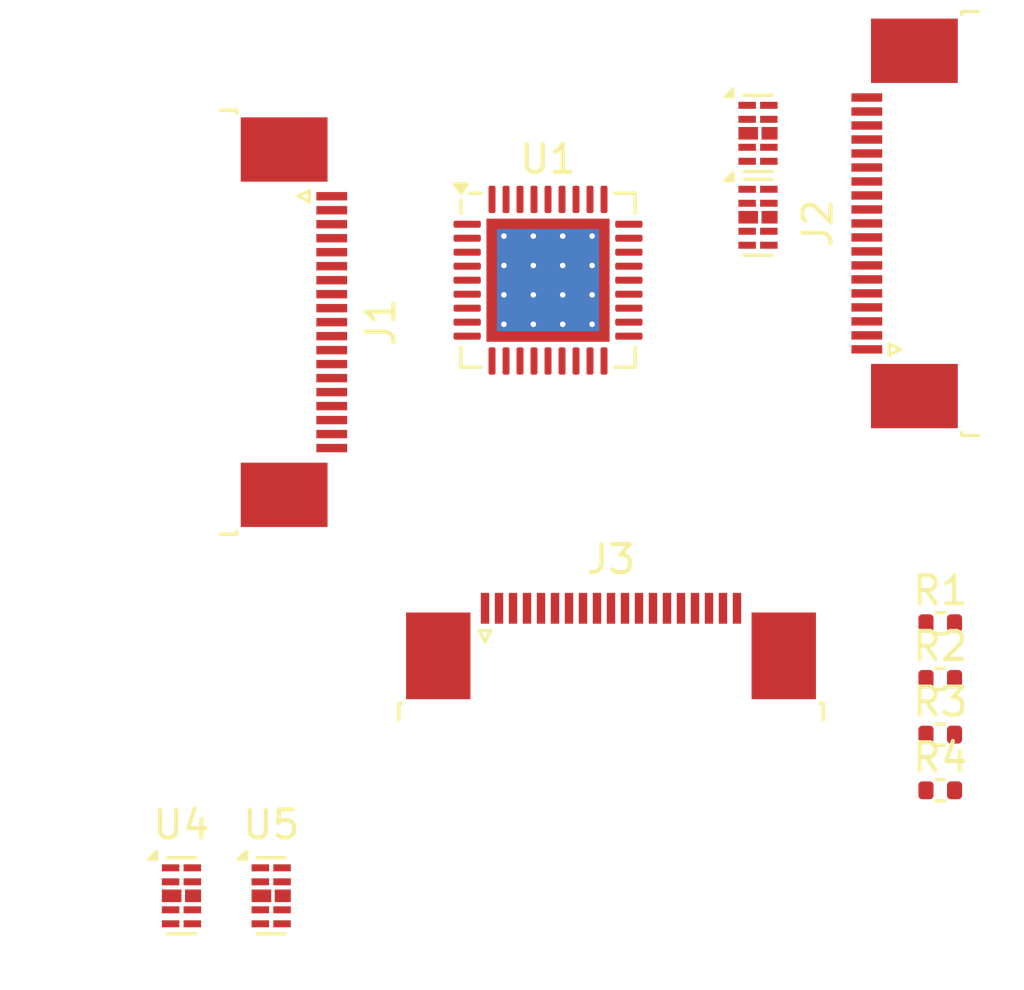
<source format=kicad_pcb>
(kicad_pcb (version 20241229) (generator "pcbnew") (generator_version "9.0")
  (layers (0 "F.Cu" signal) (2 "B.Cu" signal) (13 "F.Paste" user) (15 "B.Paste" user) (5 "F.SilkS" user "F.Silkscreen") (7 "B.SilkS" user "B.Silkscreen") (1 "F.Mask" user) (3 "B.Mask" user) (25 "Edge.Cuts" user))
  (net 0 "")
  (net 1 "GND")
  (net 2 "/HDMI_SCL")
  (net 4 "TMDS0-")
  (net 5 "/HDMI_SDA")
  (net 6 "TMDS1-")
  (net 7 "TMDSClk+")
  (net 8 "TMDS2+")
  (net 9 "+5V")
  (net 10 "TMDS0+")
  (net 11 "TMDSClk-")
  (net 12 "TMDS2-")
  (net 14 "TMDS1+")
  (net 15 "HPD")
  (net 17 "SCL_A")
  (net 18 "TMDS1_A-")
  (net 19 "TMDS0_A-")
  (net 21 "SDA_A")
  (net 22 "TMDSClk_A+")
  (net 23 "TMDS2_A-")
  (net 24 "TMDS1_A+")
  (net 25 "TMDS2_A+")
  (net 26 "TMDSClk_A-")
  (net 27 "HPD_A")
  (net 28 "TMDS0_A+")
  (net 29 "TMDS0_B+")
  (net 30 "TMDSClk_B-")
  (net 31 "TMDS0_B-")
  (net 32 "TMDSClk_B+")
  (net 33 "HPD_B")
  (net 34 "SCL_B")
  (net 35 "TMDS1_B-")
  (net 37 "SDA_B")
  (net 38 "TMDS2_B-")
  (net 39 "TMDS1_B+")
  (net 40 "TMDS2_B+")
  (net 42 "SEL")
  (net 43 "+3.3V")
  (footprint "Package_DFN_QFN:Diodes_UDFN-10_1.0x2.5mm_P0.5mm" (layer "F.Cu") (at 104.6575 110.75)
    (property "Reference" "U4" (at 0 -2.54 0) (layer "F.SilkS"))
    (property "Value" "ESD204DQAR-ES")
    (fp_line (start 0.5 -1.36) (end -0.5 -1.36) (stroke (width 0.12)) (layer "F.SilkS"))
    (fp_line (start 0.5 1.36) (end -0.5 1.36) (stroke (width 0.12)) (layer "F.SilkS"))
    (fp_poly (pts (xy -0.89 -1.31) (xy -1.17 -1.31) (xy -0.89 -1.59) (xy -0.89 -1.31)) (stroke (width 0.12)) (fill yes) (layer "F.SilkS"))
    (pad "1" smd rect (at -0.3875 -1 270) (size 0.25 0.625) (layers "F.Cu" "F.Mask" "F.Paste") (net 40 "TMDS2_B+"))
    (pad "2" smd rect (at -0.3875 -0.5 270) (size 0.25 0.625) (layers "F.Cu" "F.Mask" "F.Paste") (net 38 "TMDS2_B-"))
    (pad "3" smd rect (at -0.35 0 270) (size 0.45 0.7) (layers "F.Cu" "F.Mask" "F.Paste") (net 1 "GND"))
    (pad "4" smd rect (at -0.3875 0.5 270) (size 0.25 0.625) (layers "F.Cu" "F.Mask" "F.Paste") (net 39 "TMDS1_B+"))
    (pad "5" smd rect (at -0.3875 1 270) (size 0.25 0.625) (layers "F.Cu" "F.Mask" "F.Paste") (net 35 "TMDS1_B-"))
    (pad "6" smd rect (at 0.3875 1 270) (size 0.25 0.625) (layers "F.Cu" "F.Mask" "F.Paste") (net 35 "TMDS1_B-"))
    (pad "7" smd rect (at 0.3875 0.5 270) (size 0.25 0.625) (layers "F.Cu" "F.Mask" "F.Paste") (net 39 "TMDS1_B+"))
    (pad "8" smd rect (at 0.4125 0 270) (size 0.45 0.575) (layers "F.Cu" "F.Mask" "F.Paste") (net 1 "GND"))
    (pad "9" smd rect (at 0.3875 -0.5 270) (size 0.25 0.625) (layers "F.Cu" "F.Mask" "F.Paste") (net 38 "TMDS2_B-"))
    (pad "10" smd rect (at 0.3875 -1 270) (size 0.25 0.625) (layers "F.Cu" "F.Mask" "F.Paste") (net 40 "TMDS2_B+"))
  )
  (footprint "Package_DFN_QFN:Texas_RHH0036C_VQFN-36-1EP_6x6mm_P0.5mm_EP4.4x4.4mm_ThermalVias" (layer "F.Cu") (at 117.75 88.75)
    (property "Reference" "U1" (at 0 -4.33 0) (layer "F.SilkS"))
    (property "Value" "TS3DV20812")
    (fp_line (start -3.11 -2.385) (end -3.11 -2.87) (stroke (width 0.12)) (layer "F.SilkS"))
    (fp_line (start -3.11 3.11) (end -3.11 2.385) (stroke (width 0.12)) (layer "F.SilkS"))
    (fp_line (start -2.385 -3.11) (end -2.81 -3.11) (stroke (width 0.12)) (layer "F.SilkS"))
    (fp_line (start -2.385 3.11) (end -3.11 3.11) (stroke (width 0.12)) (layer "F.SilkS"))
    (fp_line (start 2.385 -3.11) (end 3.11 -3.11) (stroke (width 0.12)) (layer "F.SilkS"))
    (fp_line (start 2.385 3.11) (end 3.11 3.11) (stroke (width 0.12)) (layer "F.SilkS"))
    (fp_line (start 3.11 -3.11) (end 3.11 -2.385) (stroke (width 0.12)) (layer "F.SilkS"))
    (fp_line (start 3.11 3.11) (end 3.11 2.385) (stroke (width 0.12)) (layer "F.SilkS"))
    (fp_poly (pts (xy -3.11 -3.11) (xy -3.35 -3.44) (xy -2.87 -3.44) (xy -3.11 -3.11)) (stroke (width 0.12)) (fill yes) (layer "F.SilkS"))
    (pad "1" smd roundrect (at -2.8875 -2) (size 0.975 0.25) (layers "F.Cu" "F.Mask" "F.Paste") (net 12 "TMDS2-"))
    (pad "2" smd roundrect (at -2.8875 -1.5) (size 0.975 0.25) (layers "F.Cu" "F.Mask" "F.Paste") (net 14 "TMDS1+"))
    (pad "3" smd roundrect (at -2.8875 -1) (size 0.975 0.25) (layers "F.Cu" "F.Mask" "F.Paste") (net 6 "TMDS1-"))
    (pad "4" smd roundrect (at -2.8875 -0.5) (size 0.975 0.25) (layers "F.Cu" "F.Mask" "F.Paste") (net 5 "/HDMI_SDA"))
    (pad "5" smd roundrect (at -2.8875 0) (size 0.975 0.25) (layers "F.Cu" "F.Mask" "F.Paste") (net 21 "SDA_A"))
    (pad "6" smd roundrect (at -2.8875 0.5) (size 0.975 0.25) (layers "F.Cu" "F.Mask" "F.Paste") (net 37 "SDA_B"))
    (pad "7" smd roundrect (at -2.8875 1) (size 0.975 0.25) (layers "F.Cu" "F.Mask" "F.Paste") (net 10 "TMDS0+"))
    (pad "8" smd roundrect (at -2.8875 1.5) (size 0.975 0.25) (layers "F.Cu" "F.Mask" "F.Paste") (net 4 "TMDS0-"))
    (pad "9" smd roundrect (at -2.8875 2) (size 0.975 0.25) (layers "F.Cu" "F.Mask" "F.Paste") (net 7 "TMDSClk+"))
    (pad "10" smd roundrect (at -2 2.8875) (size 0.25 0.975) (layers "F.Cu" "F.Mask" "F.Paste") (net 11 "TMDSClk-"))
    (pad "11" smd roundrect (at -1.5 2.8875) (size 0.25 0.975) (layers "F.Cu" "F.Mask" "F.Paste") (net 1 "GND"))
    (pad "12" smd roundrect (at -1 2.8875) (size 0.25 0.975) (layers "F.Cu" "F.Mask" "F.Paste") (net 2 "/HDMI_SCL"))
    (pad "13" smd roundrect (at -0.5 2.8875) (size 0.25 0.975) (layers "F.Cu" "F.Mask" "F.Paste") (net 17 "SCL_A"))
    (pad "14" smd roundrect (at 0 2.8875) (size 0.25 0.975) (layers "F.Cu" "F.Mask" "F.Paste") (net 34 "SCL_B"))
    (pad "15" smd roundrect (at 0.5 2.8875) (size 0.25 0.975) (layers "F.Cu" "F.Mask" "F.Paste") (net 30 "TMDSClk_B-"))
    (pad "16" smd roundrect (at 1 2.8875) (size 0.25 0.975) (layers "F.Cu" "F.Mask" "F.Paste") (net 32 "TMDSClk_B+"))
    (pad "17" smd roundrect (at 1.5 2.8875) (size 0.25 0.975) (layers "F.Cu" "F.Mask" "F.Paste") (net 26 "TMDSClk_A-"))
    (pad "18" smd roundrect (at 2 2.8875) (size 0.25 0.975) (layers "F.Cu" "F.Mask" "F.Paste") (net 22 "TMDSClk_A+"))
    (pad "19" smd roundrect (at 2.8875 2) (size 0.975 0.25) (layers "F.Cu" "F.Mask" "F.Paste") (net 31 "TMDS0_B-"))
    (pad "20" smd roundrect (at 2.8875 1.5) (size 0.975 0.25) (layers "F.Cu" "F.Mask" "F.Paste") (net 29 "TMDS0_B+"))
    (pad "21" smd roundrect (at 2.8875 1) (size 0.975 0.25) (layers "F.Cu" "F.Mask" "F.Paste") (net 19 "TMDS0_A-"))
    (pad "22" smd roundrect (at 2.8875 0.5) (size 0.975 0.25) (layers "F.Cu" "F.Mask" "F.Paste") (net 28 "TMDS0_A+"))
    (pad "23" smd roundrect (at 2.8875 0) (size 0.975 0.25) (layers "F.Cu" "F.Mask" "F.Paste") (net 35 "TMDS1_B-"))
    (pad "24" smd roundrect (at 2.8875 -0.5) (size 0.975 0.25) (layers "F.Cu" "F.Mask" "F.Paste") (net 39 "TMDS1_B+"))
    (pad "25" smd roundrect (at 2.8875 -1) (size 0.975 0.25) (layers "F.Cu" "F.Mask" "F.Paste") (net 18 "TMDS1_A-"))
    (pad "26" smd roundrect (at 2.8875 -1.5) (size 0.975 0.25) (layers "F.Cu" "F.Mask" "F.Paste") (net 24 "TMDS1_A+"))
    (pad "27" smd roundrect (at 2.8875 -2) (size 0.975 0.25) (layers "F.Cu" "F.Mask" "F.Paste") (net 42 "SEL"))
    (pad "28" smd roundrect (at 2 -2.8875) (size 0.25 0.975) (layers "F.Cu" "F.Mask" "F.Paste") (net 38 "TMDS2_B-"))
    (pad "29" smd roundrect (at 1.5 -2.8875) (size 0.25 0.975) (layers "F.Cu" "F.Mask" "F.Paste") (net 40 "TMDS2_B+"))
    (pad "30" smd roundrect (at 1 -2.8875) (size 0.25 0.975) (layers "F.Cu" "F.Mask" "F.Paste") (net 23 "TMDS2_A-"))
    (pad "31" smd roundrect (at 0.5 -2.8875) (size 0.25 0.975) (layers "F.Cu" "F.Mask" "F.Paste") (net 25 "TMDS2_A+"))
    (pad "32" smd roundrect (at 0 -2.8875) (size 0.25 0.975) (layers "F.Cu" "F.Mask" "F.Paste") (net 33 "HPD_B"))
    (pad "33" smd roundrect (at -0.5 -2.8875) (size 0.25 0.975) (layers "F.Cu" "F.Mask" "F.Paste") (net 27 "HPD_A"))
    (pad "34" smd roundrect (at -1 -2.8875) (size 0.25 0.975) (layers "F.Cu" "F.Mask" "F.Paste") (net 15 "HPD"))
    (pad "35" smd roundrect (at -1.5 -2.8875) (size 0.25 0.975) (layers "F.Cu" "F.Mask" "F.Paste") (net 43 "+3.3V"))
    (pad "36" smd roundrect (at -2 -2.8875) (size 0.25 0.975) (layers "F.Cu" "F.Mask" "F.Paste") (net 8 "TMDS2+"))
    (pad "37" thru_hole circle (at -1.575 -1.575) (size 0.5 0.5) (drill 0.2) (property pad_prop_heatsink) (layers "*.Cu") (net 1 "GND"))
    (pad "37" thru_hole circle (at -1.575 -0.525) (size 0.5 0.5) (drill 0.2) (property pad_prop_heatsink) (layers "*.Cu") (net 1 "GND"))
    (pad "37" thru_hole circle (at -1.575 0.525) (size 0.5 0.5) (drill 0.2) (property pad_prop_heatsink) (layers "*.Cu") (net 1 "GND"))
    (pad "37" thru_hole circle (at -1.575 1.575) (size 0.5 0.5) (drill 0.2) (property pad_prop_heatsink) (layers "*.Cu") (net 1 "GND"))
    (pad "37" thru_hole circle (at -0.525 -1.575) (size 0.5 0.5) (drill 0.2) (property pad_prop_heatsink) (layers "*.Cu") (net 1 "GND"))
    (pad "37" thru_hole circle (at -0.525 -0.525) (size 0.5 0.5) (drill 0.2) (property pad_prop_heatsink) (layers "*.Cu") (net 1 "GND"))
    (pad "37" thru_hole circle (at -0.525 0.525) (size 0.5 0.5) (drill 0.2) (property pad_prop_heatsink) (layers "*.Cu") (net 1 "GND"))
    (pad "37" thru_hole circle (at -0.525 1.575) (size 0.5 0.5) (drill 0.2) (property pad_prop_heatsink) (layers "*.Cu") (net 1 "GND"))
    (pad "37" smd rect (at 0 0) (size 3.65 3.65) (property pad_prop_heatsink) (layers "B.Cu") (net 1 "GND"))
    (pad "37" smd rect (at 0 0) (size 4.4 4.4) (property pad_prop_heatsink) (layers "F.Cu" "F.Mask") (net 1 "GND"))
    (pad "37" thru_hole circle (at 0.525 -1.575) (size 0.5 0.5) (drill 0.2) (property pad_prop_heatsink) (layers "*.Cu") (net 1 "GND"))
    (pad "37" thru_hole circle (at 0.525 -0.525) (size 0.5 0.5) (drill 0.2) (property pad_prop_heatsink) (layers "*.Cu") (net 1 "GND"))
    (pad "37" thru_hole circle (at 0.525 0.525) (size 0.5 0.5) (drill 0.2) (property pad_prop_heatsink) (layers "*.Cu") (net 1 "GND"))
    (pad "37" thru_hole circle (at 0.525 1.575) (size 0.5 0.5) (drill 0.2) (property pad_prop_heatsink) (layers "*.Cu") (net 1 "GND"))
    (pad "37" thru_hole circle (at 1.575 -1.575) (size 0.5 0.5) (drill 0.2) (property pad_prop_heatsink) (layers "*.Cu") (net 1 "GND"))
    (pad "37" thru_hole circle (at 1.575 -0.525) (size 0.5 0.5) (drill 0.2) (property pad_prop_heatsink) (layers "*.Cu") (net 1 "GND"))
    (pad "37" thru_hole circle (at 1.575 0.525) (size 0.5 0.5) (drill 0.2) (property pad_prop_heatsink) (layers "*.Cu") (net 1 "GND"))
    (pad "37" thru_hole circle (at 1.575 1.575) (size 0.5 0.5) (drill 0.2) (property pad_prop_heatsink) (layers "*.Cu") (net 1 "GND"))
  )
  (footprint "Package_DFN_QFN:Diodes_UDFN-10_1.0x2.5mm_P0.5mm" (layer "F.Cu") (at 125.25 86.5)
    (property "Reference" "U3" (hide yes))
    (property "Value" "ESD204DQAR-ES")
    (fp_line (start 0.5 -1.36) (end -0.5 -1.36) (stroke (width 0.12)) (layer "F.SilkS"))
    (fp_line (start 0.5 1.36) (end -0.5 1.36) (stroke (width 0.12)) (layer "F.SilkS"))
    (fp_poly (pts (xy -0.89 -1.31) (xy -1.17 -1.31) (xy -0.89 -1.59) (xy -0.89 -1.31)) (stroke (width 0.12)) (fill yes) (layer "F.SilkS"))
    (pad "1" smd rect (at -0.3875 -1 270) (size 0.25 0.625) (layers "F.Cu" "F.Mask" "F.Paste") (net 28 "TMDS0_A+"))
    (pad "2" smd rect (at -0.3875 -0.5 270) (size 0.25 0.625) (layers "F.Cu" "F.Mask" "F.Paste") (net 19 "TMDS0_A-"))
    (pad "3" smd rect (at -0.35 0 270) (size 0.45 0.7) (layers "F.Cu" "F.Mask" "F.Paste") (net 1 "GND"))
    (pad "4" smd rect (at -0.3875 0.5 270) (size 0.25 0.625) (layers "F.Cu" "F.Mask" "F.Paste") (net 22 "TMDSClk_A+"))
    (pad "5" smd rect (at -0.3875 1 270) (size 0.25 0.625) (layers "F.Cu" "F.Mask" "F.Paste") (net 26 "TMDSClk_A-"))
    (pad "6" smd rect (at 0.3875 1 270) (size 0.25 0.625) (layers "F.Cu" "F.Mask" "F.Paste") (net 26 "TMDSClk_A-"))
    (pad "7" smd rect (at 0.3875 0.5 270) (size 0.25 0.625) (layers "F.Cu" "F.Mask" "F.Paste") (net 22 "TMDSClk_A+"))
    (pad "8" smd rect (at 0.4125 0 270) (size 0.45 0.575) (layers "F.Cu" "F.Mask" "F.Paste") (net 1 "GND"))
    (pad "9" smd rect (at 0.3875 -0.5 270) (size 0.25 0.625) (layers "F.Cu" "F.Mask" "F.Paste") (net 19 "TMDS0_A-"))
    (pad "10" smd rect (at 0.3875 -1 270) (size 0.25 0.625) (layers "F.Cu" "F.Mask" "F.Paste") (net 28 "TMDS0_A+"))
  )
  (footprint "Resistor_SMD:R_0402_1005Metric" (layer "F.Cu") (at 131.76 103)
    (property "Reference" "R2" (at 0 -1.17 0) (layer "F.SilkS"))
    (property "Value" "10k")
    (fp_line (start -0.153641 -0.38) (end 0.153641 -0.38) (stroke (width 0.12)) (layer "F.SilkS"))
    (fp_line (start -0.153641 0.38) (end 0.153641 0.38) (stroke (width 0.12)) (layer "F.SilkS"))
    (pad "1" smd roundrect (at -0.51 0) (size 0.54 0.64) (layers "F.Cu" "F.Mask" "F.Paste") (net 9 "+5V"))
    (pad "2" smd roundrect (at 0.51 0) (size 0.54 0.64) (layers "F.Cu" "F.Mask" "F.Paste") (net 17 "SCL_A"))
  )
  (footprint "Resistor_SMD:R_0402_1005Metric" (layer "F.Cu") (at 131.76 106.98)
    (property "Reference" "R4" (at 0 -1.17 0) (layer "F.SilkS"))
    (property "Value" "10k")
    (fp_line (start -0.153641 -0.38) (end 0.153641 -0.38) (stroke (width 0.12)) (layer "F.SilkS"))
    (fp_line (start -0.153641 0.38) (end 0.153641 0.38) (stroke (width 0.12)) (layer "F.SilkS"))
    (pad "1" smd roundrect (at -0.51 0) (size 0.54 0.64) (layers "F.Cu" "F.Mask" "F.Paste") (net 9 "+5V"))
    (pad "2" smd roundrect (at 0.51 0) (size 0.54 0.64) (layers "F.Cu" "F.Mask" "F.Paste") (net 34 "SCL_B"))
  )
  (footprint "Resistor_SMD:R_0402_1005Metric" (layer "F.Cu") (at 131.76 104.99)
    (property "Reference" "R3" (at 0 -1.17 0) (layer "F.SilkS"))
    (property "Value" "10k")
    (fp_line (start -0.153641 -0.38) (end 0.153641 -0.38) (stroke (width 0.12)) (layer "F.SilkS"))
    (fp_line (start -0.153641 0.38) (end 0.153641 0.38) (stroke (width 0.12)) (layer "F.SilkS"))
    (pad "1" smd roundrect (at -0.51 0) (size 0.54 0.64) (layers "F.Cu" "F.Mask" "F.Paste") (net 9 "+5V"))
    (pad "2" smd roundrect (at 0.51 0) (size 0.54 0.64) (layers "F.Cu" "F.Mask" "F.Paste") (net 37 "SDA_B"))
  )
  (footprint "Package_DFN_QFN:Diodes_UDFN-10_1.0x2.5mm_P0.5mm" (layer "F.Cu") (at 107.8625 110.75)
    (property "Reference" "U5" (at 0 -2.54 0) (layer "F.SilkS"))
    (property "Value" "ESD204DQAR-ES")
    (fp_line (start 0.5 -1.36) (end -0.5 -1.36) (stroke (width 0.12)) (layer "F.SilkS"))
    (fp_line (start 0.5 1.36) (end -0.5 1.36) (stroke (width 0.12)) (layer "F.SilkS"))
    (fp_poly (pts (xy -0.89 -1.31) (xy -1.17 -1.31) (xy -0.89 -1.59) (xy -0.89 -1.31)) (stroke (width 0.12)) (fill yes) (layer "F.SilkS"))
    (pad "1" smd rect (at -0.3875 -1 270) (size 0.25 0.625) (layers "F.Cu" "F.Mask" "F.Paste") (net 29 "TMDS0_B+"))
    (pad "2" smd rect (at -0.3875 -0.5 270) (size 0.25 0.625) (layers "F.Cu" "F.Mask" "F.Paste") (net 31 "TMDS0_B-"))
    (pad "3" smd rect (at -0.35 0 270) (size 0.45 0.7) (layers "F.Cu" "F.Mask" "F.Paste") (net 1 "GND"))
    (pad "4" smd rect (at -0.3875 0.5 270) (size 0.25 0.625) (layers "F.Cu" "F.Mask" "F.Paste") (net 32 "TMDSClk_B+"))
    (pad "5" smd rect (at -0.3875 1 270) (size 0.25 0.625) (layers "F.Cu" "F.Mask" "F.Paste") (net 30 "TMDSClk_B-"))
    (pad "6" smd rect (at 0.3875 1 270) (size 0.25 0.625) (layers "F.Cu" "F.Mask" "F.Paste") (net 30 "TMDSClk_B-"))
    (pad "7" smd rect (at 0.3875 0.5 270) (size 0.25 0.625) (layers "F.Cu" "F.Mask" "F.Paste") (net 32 "TMDSClk_B+"))
    (pad "8" smd rect (at 0.4125 0 270) (size 0.45 0.575) (layers "F.Cu" "F.Mask" "F.Paste") (net 1 "GND"))
    (pad "9" smd rect (at 0.3875 -0.5 270) (size 0.25 0.625) (layers "F.Cu" "F.Mask" "F.Paste") (net 31 "TMDS0_B-"))
    (pad "10" smd rect (at 0.3875 -1 270) (size 0.25 0.625) (layers "F.Cu" "F.Mask" "F.Paste") (net 29 "TMDS0_B+"))
  )
  (footprint "Connector_FFC-FPC:TE_1-1734839-9_1x19-1MP_P0.5mm_Horizontal" (layer "F.Cu") (at 108.675 90.25 -90)
    (property "Reference" "J1" (at 0 -3.1 90) (layer "F.SilkS"))
    (property "Value" "505278-1933")
    (fp_line (start -7.575 2.04) (end -7.575 2.64) (stroke (width 0.12)) (layer "F.SilkS"))
    (fp_line (start -7.465 2.04) (end -7.575 2.04) (stroke (width 0.12)) (layer "F.SilkS"))
    (fp_line (start 7.465 2.04) (end 7.575 2.04) (stroke (width 0.12)) (layer "F.SilkS"))
    (fp_line (start 7.575 2.04) (end 7.575 2.64) (stroke (width 0.12)) (layer "F.SilkS"))
    (fp_line (start -4.5 -0.15) (end -4.3 -0.55) (stroke (width 0.12)) (layer "F.SilkS"))
    (fp_line (start -4.7 -0.55) (end -4.5 -0.15) (stroke (width 0.12)) (layer "F.SilkS"))
    (fp_line (start -4.3 -0.55) (end -4.7 -0.55) (stroke (width 0.12)) (layer "F.SilkS"))
    (pad "1" smd rect (at -4.5 -1.35 270) (size 0.3 1.1) (layers "F.Cu" "F.Mask" "F.Paste") (net 8 "TMDS2+"))
    (pad "2" smd rect (at -4 -1.35 270) (size 0.3 1.1) (layers "F.Cu" "F.Mask" "F.Paste") (net 1 "GND"))
    (pad "3" smd rect (at -3.5 -1.35 270) (size 0.3 1.1) (layers "F.Cu" "F.Mask" "F.Paste") (net 12 "TMDS2-"))
    (pad "4" smd rect (at -3 -1.35 270) (size 0.3 1.1) (layers "F.Cu" "F.Mask" "F.Paste") (net 14 "TMDS1+"))
    (pad "5" smd rect (at -2.5 -1.35 270) (size 0.3 1.1) (layers "F.Cu" "F.Mask" "F.Paste") (net 1 "GND"))
    (pad "6" smd rect (at -2 -1.35 270) (size 0.3 1.1) (layers "F.Cu" "F.Mask" "F.Paste") (net 6 "TMDS1-"))
    (pad "7" smd rect (at -1.5 -1.35 270) (size 0.3 1.1) (layers "F.Cu" "F.Mask" "F.Paste") (net 10 "TMDS0+"))
    (pad "8" smd rect (at -1 -1.35 270) (size 0.3 1.1) (layers "F.Cu" "F.Mask" "F.Paste") (net 1 "GND"))
    (pad "9" smd rect (at -0.5 -1.35 270) (size 0.3 1.1) (layers "F.Cu" "F.Mask" "F.Paste") (net 4 "TMDS0-"))
    (pad "10" smd rect (at 0 -1.35 270) (size 0.3 1.1) (layers "F.Cu" "F.Mask" "F.Paste") (net 7 "TMDSClk+"))
    (pad "11" smd rect (at 0.5 -1.35 270) (size 0.3 1.1) (layers "F.Cu" "F.Mask" "F.Paste") (net 1 "GND"))
    (pad "12" smd rect (at 1 -1.35 270) (size 0.3 1.1) (layers "F.Cu" "F.Mask" "F.Paste") (net 11 "TMDSClk-"))
    (pad "13" smd rect (at 1.5 -1.35 270) (size 0.3 1.1) (layers "F.Cu" "F.Mask" "F.Paste"))
    (pad "14" smd rect (at 2 -1.35 270) (size 0.3 1.1) (layers "F.Cu" "F.Mask" "F.Paste"))
    (pad "15" smd rect (at 2.5 -1.35 270) (size 0.3 1.1) (layers "F.Cu" "F.Mask" "F.Paste") (net 2 "/HDMI_SCL"))
    (pad "16" smd rect (at 3 -1.35 270) (size 0.3 1.1) (layers "F.Cu" "F.Mask" "F.Paste") (net 5 "/HDMI_SDA"))
    (pad "17" smd rect (at 3.5 -1.35 270) (size 0.3 1.1) (layers "F.Cu" "F.Mask" "F.Paste") (net 1 "GND"))
    (pad "18" smd rect (at 4 -1.35 270) (size 0.3 1.1) (layers "F.Cu" "F.Mask" "F.Paste") (net 9 "+5V"))
    (pad "19" smd rect (at 4.5 -1.35 270) (size 0.3 1.1) (layers "F.Cu" "F.Mask" "F.Paste") (net 15 "HPD"))
    (pad "MP" smd rect (at -6.17 0.35 270) (size 2.3 3.1) (layers "F.Cu" "F.Mask" "F.Paste") (net 1 "GND"))
    (pad "MP" smd rect (at 6.17 0.35 270) (size 2.3 3.1) (layers "F.Cu" "F.Mask" "F.Paste") (net 1 "GND"))
  )
  (footprint "Resistor_SMD:R_0402_1005Metric" (layer "F.Cu") (at 131.76 101.01)
    (property "Reference" "R1" (at 0 -1.17 0) (layer "F.SilkS"))
    (property "Value" "10k")
    (fp_line (start -0.153641 -0.38) (end 0.153641 -0.38) (stroke (width 0.12)) (layer "F.SilkS"))
    (fp_line (start -0.153641 0.38) (end 0.153641 0.38) (stroke (width 0.12)) (layer "F.SilkS"))
    (pad "1" smd roundrect (at -0.51 0) (size 0.54 0.64) (layers "F.Cu" "F.Mask" "F.Paste") (net 9 "+5V"))
    (pad "2" smd roundrect (at 0.51 0) (size 0.54 0.64) (layers "F.Cu" "F.Mask" "F.Paste") (net 21 "SDA_A"))
  )
  (footprint "Package_DFN_QFN:Diodes_UDFN-10_1.0x2.5mm_P0.5mm" (layer "F.Cu") (at 125.25 83.5)
    (property "Reference" "U2" (hide yes))
    (property "Value" "ESD204DQAR-ES" (hide yes))
    (fp_line (start 0.5 -1.36) (end -0.5 -1.36) (stroke (width 0.12)) (layer "F.SilkS"))
    (fp_line (start 0.5 1.36) (end -0.5 1.36) (stroke (width 0.12)) (layer "F.SilkS"))
    (fp_poly (pts (xy -0.89 -1.31) (xy -1.17 -1.31) (xy -0.89 -1.59) (xy -0.89 -1.31)) (stroke (width 0.12)) (fill yes) (layer "F.SilkS"))
    (pad "1" smd rect (at -0.3875 -1 270) (size 0.25 0.625) (layers "F.Cu" "F.Mask" "F.Paste") (net 25 "TMDS2_A+"))
    (pad "2" smd rect (at -0.3875 -0.5 270) (size 0.25 0.625) (layers "F.Cu" "F.Mask" "F.Paste") (net 23 "TMDS2_A-"))
    (pad "3" smd rect (at -0.35 0 270) (size 0.45 0.7) (layers "F.Cu" "F.Mask" "F.Paste") (net 1 "GND"))
    (pad "4" smd rect (at -0.3875 0.5 270) (size 0.25 0.625) (layers "F.Cu" "F.Mask" "F.Paste") (net 24 "TMDS1_A+"))
    (pad "5" smd rect (at -0.3875 1 270) (size 0.25 0.625) (layers "F.Cu" "F.Mask" "F.Paste") (net 18 "TMDS1_A-"))
    (pad "6" smd rect (at 0.3875 1 270) (size 0.25 0.625) (layers "F.Cu" "F.Mask" "F.Paste") (net 18 "TMDS1_A-"))
    (pad "7" smd rect (at 0.3875 0.5 270) (size 0.25 0.625) (layers "F.Cu" "F.Mask" "F.Paste") (net 24 "TMDS1_A+"))
    (pad "8" smd rect (at 0.4125 0 270) (size 0.45 0.575) (layers "F.Cu" "F.Mask" "F.Paste") (net 1 "GND"))
    (pad "9" smd rect (at 0.3875 -0.5 270) (size 0.25 0.625) (layers "F.Cu" "F.Mask" "F.Paste") (net 23 "TMDS2_A-"))
    (pad "10" smd rect (at 0.3875 -1 270) (size 0.25 0.625) (layers "F.Cu" "F.Mask" "F.Paste") (net 25 "TMDS2_A+"))
  )
  (footprint "Connector_FFC-FPC:TE_1-1734839-9_1x19-1MP_P0.5mm_Horizontal" (layer "F.Cu") (at 120 101.825)
    (property "Reference" "J3" (at 0 -3.1 0) (layer "F.SilkS"))
    (property "Value" "Conn_01x19_MountingPin")
    (fp_line (start -7.575 2.04) (end -7.575 2.64) (stroke (width 0.12)) (layer "F.SilkS"))
    (fp_line (start -7.465 2.04) (end -7.575 2.04) (stroke (width 0.12)) (layer "F.SilkS"))
    (fp_line (start -4.7 -0.55) (end -4.5 -0.15) (stroke (width 0.12)) (layer "F.SilkS"))
    (fp_line (start -4.5 -0.15) (end -4.3 -0.55) (stroke (width 0.12)) (layer "F.SilkS"))
    (fp_line (start -4.3 -0.55) (end -4.7 -0.55) (stroke (width 0.12)) (layer "F.SilkS"))
    (fp_line (start 7.465 2.04) (end 7.575 2.04) (stroke (width 0.12)) (layer "F.SilkS"))
    (fp_line (start 7.575 2.04) (end 7.575 2.64) (stroke (width 0.12)) (layer "F.SilkS"))
    (pad "1" smd rect (at -4.5 -1.35) (size 0.3 1.1) (layers "F.Cu" "F.Mask" "F.Paste") (net 33 "HPD_B"))
    (pad "2" smd rect (at -4 -1.35) (size 0.3 1.1) (layers "F.Cu" "F.Mask" "F.Paste") (net 9 "+5V"))
    (pad "3" smd rect (at -3.5 -1.35) (size 0.3 1.1) (layers "F.Cu" "F.Mask" "F.Paste") (net 1 "GND"))
    (pad "4" smd rect (at -3 -1.35) (size 0.3 1.1) (layers "F.Cu" "F.Mask" "F.Paste") (net 37 "SDA_B"))
    (pad "5" smd rect (at -2.5 -1.35) (size 0.3 1.1) (layers "F.Cu" "F.Mask" "F.Paste") (net 34 "SCL_B"))
    (pad "6" smd rect (at -2 -1.35) (size 0.3 1.1) (layers "F.Cu" "F.Mask" "F.Paste"))
    (pad "7" smd rect (at -1.5 -1.35) (size 0.3 1.1) (layers "F.Cu" "F.Mask" "F.Paste"))
    (pad "8" smd rect (at -1 -1.35) (size 0.3 1.1) (layers "F.Cu" "F.Mask" "F.Paste") (net 30 "TMDSClk_B-"))
    (pad "9" smd rect (at -0.5 -1.35) (size 0.3 1.1) (layers "F.Cu" "F.Mask" "F.Paste") (net 1 "GND"))
    (pad "10" smd rect (at 0 -1.35) (size 0.3 1.1) (layers "F.Cu" "F.Mask" "F.Paste") (net 32 "TMDSClk_B+"))
    (pad "11" smd rect (at 0.5 -1.35) (size 0.3 1.1) (layers "F.Cu" "F.Mask" "F.Paste") (net 31 "TMDS0_B-"))
    (pad "12" smd rect (at 1 -1.35) (size 0.3 1.1) (layers "F.Cu" "F.Mask" "F.Paste") (net 1 "GND"))
    (pad "13" smd rect (at 1.5 -1.35) (size 0.3 1.1) (layers "F.Cu" "F.Mask" "F.Paste") (net 29 "TMDS0_B+"))
    (pad "14" smd rect (at 2 -1.35) (size 0.3 1.1) (layers "F.Cu" "F.Mask" "F.Paste") (net 35 "TMDS1_B-"))
    (pad "15" smd rect (at 2.5 -1.35) (size 0.3 1.1) (layers "F.Cu" "F.Mask" "F.Paste") (net 1 "GND"))
    (pad "16" smd rect (at 3 -1.35) (size 0.3 1.1) (layers "F.Cu" "F.Mask" "F.Paste") (net 39 "TMDS1_B+"))
    (pad "17" smd rect (at 3.5 -1.35) (size 0.3 1.1) (layers "F.Cu" "F.Mask" "F.Paste") (net 38 "TMDS2_B-"))
    (pad "18" smd rect (at 4 -1.35) (size 0.3 1.1) (layers "F.Cu" "F.Mask" "F.Paste") (net 1 "GND"))
    (pad "19" smd rect (at 4.5 -1.35) (size 0.3 1.1) (layers "F.Cu" "F.Mask" "F.Paste") (net 40 "TMDS2_B+"))
    (pad "MP" smd rect (at -6.17 0.35) (size 2.3 3.1) (layers "F.Cu" "F.Mask" "F.Paste") (net 1 "GND"))
    (pad "MP" smd rect (at 6.17 0.35) (size 2.3 3.1) (layers "F.Cu" "F.Mask" "F.Paste") (net 1 "GND"))
  )
  (footprint "Connector_FFC-FPC:TE_1-1734839-9_1x19-1MP_P0.5mm_Horizontal" (layer "F.Cu") (at 130.486917 86.721713 90)
    (property "Reference" "J2" (at 0 -3.1 90) (layer "F.SilkS"))
    (property "Value" "Conn_01x19_MountingPin")
    (fp_line (start -4.3 -0.55) (end -4.7 -0.55) (stroke (width 0.12)) (layer "F.SilkS"))
    (fp_line (start -4.7 -0.55) (end -4.5 -0.15) (stroke (width 0.12)) (layer "F.SilkS"))
    (fp_line (start -4.5 -0.15) (end -4.3 -0.55) (stroke (width 0.12)) (layer "F.SilkS"))
    (fp_line (start 7.575 2.04) (end 7.575 2.64) (stroke (width 0.12)) (layer "F.SilkS"))
    (fp_line (start 7.465 2.04) (end 7.575 2.04) (stroke (width 0.12)) (layer "F.SilkS"))
    (fp_line (start -7.465 2.04) (end -7.575 2.04) (stroke (width 0.12)) (layer "F.SilkS"))
    (fp_line (start -7.575 2.04) (end -7.575 2.64) (stroke (width 0.12)) (layer "F.SilkS"))
    (pad "1" smd rect (at -4.5 -1.35 90) (size 0.3 1.1) (layers "F.Cu" "F.Mask" "F.Paste") (net 27 "HPD_A"))
    (pad "2" smd rect (at -4 -1.35 90) (size 0.3 1.1) (layers "F.Cu" "F.Mask" "F.Paste") (net 9 "+5V"))
    (pad "3" smd rect (at -3.5 -1.35 90) (size 0.3 1.1) (layers "F.Cu" "F.Mask" "F.Paste") (net 1 "GND"))
    (pad "4" smd rect (at -3 -1.35 90) (size 0.3 1.1) (layers "F.Cu" "F.Mask" "F.Paste") (net 21 "SDA_A"))
    (pad "5" smd rect (at -2.5 -1.35 90) (size 0.3 1.1) (layers "F.Cu" "F.Mask" "F.Paste") (net 17 "SCL_A"))
    (pad "6" smd rect (at -2 -1.35 90) (size 0.3 1.1) (layers "F.Cu" "F.Mask" "F.Paste"))
    (pad "7" smd rect (at -1.5 -1.35 90) (size 0.3 1.1) (layers "F.Cu" "F.Mask" "F.Paste"))
    (pad "8" smd rect (at -1 -1.35 90) (size 0.3 1.1) (layers "F.Cu" "F.Mask" "F.Paste") (net 26 "TMDSClk_A-"))
    (pad "9" smd rect (at -0.5 -1.35 90) (size 0.3 1.1) (layers "F.Cu" "F.Mask" "F.Paste") (net 1 "GND"))
    (pad "10" smd rect (at 0 -1.35 90) (size 0.3 1.1) (layers "F.Cu" "F.Mask" "F.Paste") (net 22 "TMDSClk_A+"))
    (pad "11" smd rect (at 0.5 -1.35 90) (size 0.3 1.1) (layers "F.Cu" "F.Mask" "F.Paste") (net 19 "TMDS0_A-"))
    (pad "12" smd rect (at 1 -1.35 90) (size 0.3 1.1) (layers "F.Cu" "F.Mask" "F.Paste") (net 1 "GND"))
    (pad "13" smd rect (at 1.5 -1.35 90) (size 0.3 1.1) (layers "F.Cu" "F.Mask" "F.Paste") (net 28 "TMDS0_A+"))
    (pad "14" smd rect (at 2 -1.35 90) (size 0.3 1.1) (layers "F.Cu" "F.Mask" "F.Paste") (net 18 "TMDS1_A-"))
    (pad "15" smd rect (at 2.5 -1.35 90) (size 0.3 1.1) (layers "F.Cu" "F.Mask" "F.Paste") (net 1 "GND"))
    (pad "16" smd rect (at 3 -1.35 90) (size 0.3 1.1) (layers "F.Cu" "F.Mask" "F.Paste") (net 24 "TMDS1_A+"))
    (pad "17" smd rect (at 3.5 -1.35 90) (size 0.3 1.1) (layers "F.Cu" "F.Mask" "F.Paste") (net 23 "TMDS2_A-"))
    (pad "18" smd rect (at 4 -1.35 90) (size 0.3 1.1) (layers "F.Cu" "F.Mask" "F.Paste") (net 1 "GND"))
    (pad "19" smd rect (at 4.5 -1.35 90) (size 0.3 1.1) (layers "F.Cu" "F.Mask" "F.Paste") (net 25 "TMDS2_A+"))
    (pad "MP" smd rect (at -6.17 0.35 90) (size 2.3 3.1) (layers "F.Cu" "F.Mask" "F.Paste") (net 1 "GND"))
    (pad "MP" smd rect (at 6.17 0.35 90) (size 2.3 3.1) (layers "F.Cu" "F.Mask" "F.Paste") (net 1 "GND"))
  )
)
</source>
